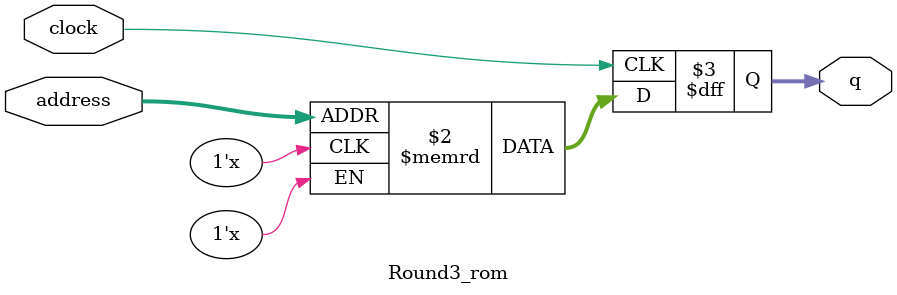
<source format=sv>
module Round3_rom (
	input logic clock,
	input logic [7:0] address,
	output logic [3:0] q
);

logic [3:0] memory [0:255] /* synthesis ram_init_file = "./Round3/Round3.mif" */;

always_ff @ (posedge clock) begin
	q <= memory[address];
end

endmodule

</source>
